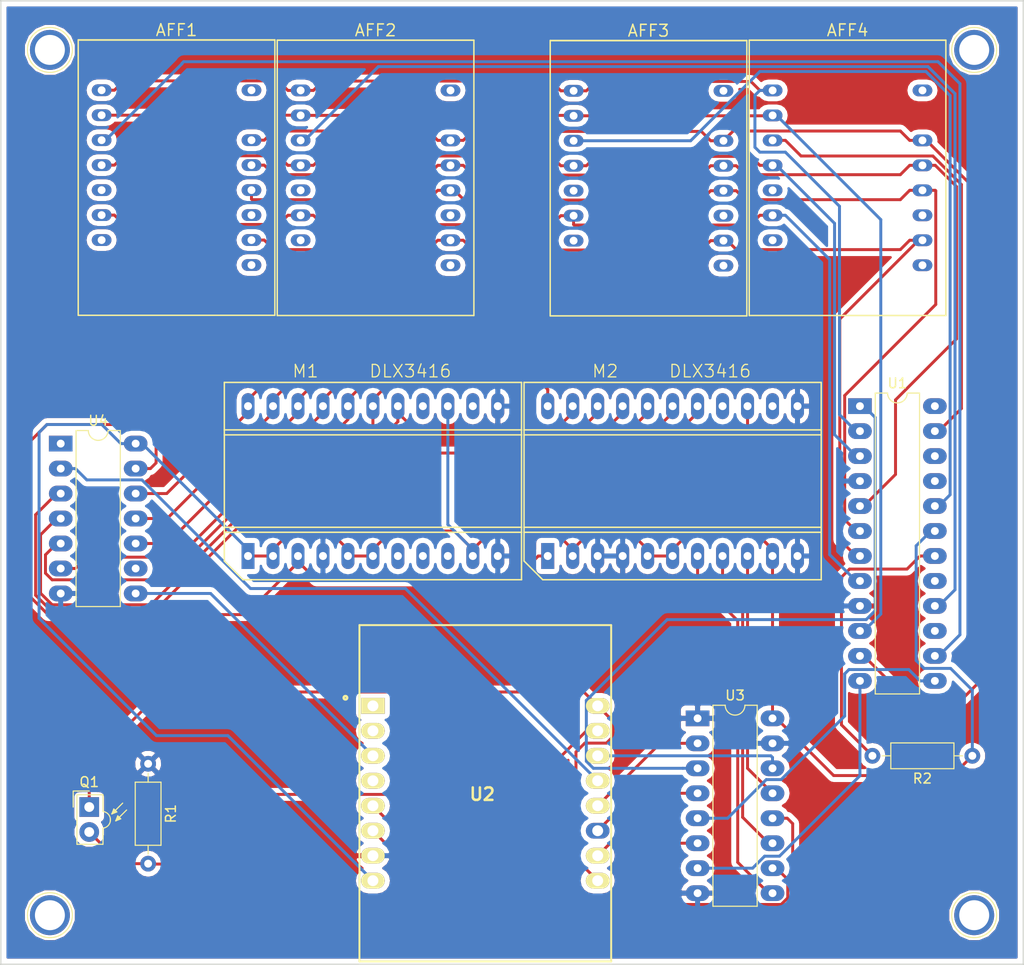
<source format=kicad_pcb>
(kicad_pcb (version 4) (host pcbnew 4.0.7)
  (layers (0 F.Cu signal) (31 B.Cu signal) (34 B.Paste user hide) (35 F.Paste user hide) (36 B.SilkS user hide) (37 F.SilkS user) (38 B.Mask user hide) (39 F.Mask user hide) (44 Edge.Cuts user))
  (net 0 "")
  (net 1 /a)
  (net 2 /f)
  (net 3 /g)
  (net 4 /e)
  (net 5 /c)
  (net 6 /ldp)
  (net 7 /d)
  (net 8 "Net-(Q1-Pad2)")
  (net 9 +3V3)
  (net 10 GND)
  (net 11 +5V)
  (net 12 "Net-(R2-Pad2)")
  (net 13 "Net-(U1-Pad1)")
  (net 14 "Net-(U1-Pad13)")
  (net 15 "Net-(U2-Pad13)")
  (net 16 "Net-(U1-Pad12)")
  (net 17 "Net-(U1-Pad15)")
  (net 18 "Net-(U1-Pad17)")
  (net 19 "Net-(U1-Pad21)")
  (net 20 "Net-(U1-Pad22)")
  (net 21 /b)
  (net 22 "Net-(U1-Pad24)")
  (net 23 "Net-(M1-Pad7)")
  (net 24 "Net-(M1-Pad8)")
  (net 25 "Net-(M1-Pad9)")
  (net 26 "Net-(U2-Pad1)")
  (net 27 "Net-(U2-Pad2)")
  (net 28 "Net-(U2-Pad3)")
  (net 29 "Net-(U2-Pad4)")
  (net 30 "Net-(U2-Pad5)")
  (net 31 "Net-(U2-Pad6)")
  (net 32 "Net-(U2-Pad10)")
  (net 33 "Net-(U2-Pad11)")
  (net 34 "Net-(U2-Pad12)")
  (net 35 "Net-(U4-Pad9)")
  (net 36 /sel)
  (net 37 /d0)
  (net 38 /d1)
  (net 39 /d2)
  (net 40 /d3)
  (net 41 /d4)
  (net 42 /d5)
  (net 43 /d6)
  (net 44 "Net-(U2-Pad14)")
  (net 45 "Net-(AFF1-Pad3)")
  (net 46 "Net-(AFF2-Pad3)")
  (net 47 "Net-(AFF3-Pad3)")
  (net 48 "Net-(AFF4-Pad3)")
  (net 49 "Net-(AFF1-Pad14)")
  (net 50 "Net-(AFF1-Pad5)")
  (net 51 "Net-(AFF1-Pad10)")
  (net 52 "Net-(AFF1-Pad7)")
  (net 53 "Net-(AFF1-Pad8)")
  (net 54 "Net-(AFF2-Pad14)")
  (net 55 "Net-(AFF2-Pad5)")
  (net 56 "Net-(AFF2-Pad10)")
  (net 57 "Net-(AFF2-Pad7)")
  (net 58 "Net-(AFF2-Pad8)")
  (net 59 "Net-(AFF3-Pad14)")
  (net 60 "Net-(AFF3-Pad5)")
  (net 61 "Net-(AFF3-Pad10)")
  (net 62 "Net-(AFF3-Pad7)")
  (net 63 "Net-(AFF3-Pad8)")
  (net 64 "Net-(AFF4-Pad14)")
  (net 65 "Net-(AFF4-Pad5)")
  (net 66 "Net-(AFF4-Pad10)")
  (net 67 "Net-(AFF4-Pad7)")
  (net 68 "Net-(AFF4-Pad8)")
  (module Connectors:1pin (layer F.Cu) (at 131 26)
    (fp_text reference REF** hide)
    (fp_text value 1pin)
    (pad "" thru_hole circle (at 0 0) (size 4.064 4.064) (drill 3.048) (layers *.Cu *.Mask))
  )
  (module Opto-Devices:PhotoTransistor_Osram_LPT80A (layer F.Cu) (at 41 103)
    (fp_text reference Q1 (at 0 -2.54) (layer F.SilkS))
    (fp_text value Q_Photo_NPN_CE)
    (pad 2 thru_hole circle (at 0 2.54 180) (size 2 2) (drill 1) (layers *.Cu *.Mask) (net 8 "Net-(Q1-Pad2)"))
    (pad 1 thru_hole rect (at 0 0 180) (size 2 2) (drill 1) (layers *.Cu *.Mask) (net 9 +3V3))
  )
  (module Connectors:1pin (layer F.Cu) (at 37 26)
    (fp_text reference REF** hide)
    (fp_text value 1pin)
    (pad "" thru_hole circle (at 0 0) (size 4.064 4.064) (drill 3.048) (layers *.Cu *.Mask))
  )
  (module Connectors:1pin (layer F.Cu) (at 37 114)
    (fp_text reference REF** hide)
    (fp_text value 1pin)
    (pad "" thru_hole circle (at 0 0) (size 4.064 4.064) (drill 3.048) (layers *.Cu *.Mask))
  )
  (module D1_Mini:D1-MINI (layer F.Cu) (at 81.28 101.6)
    (fp_text reference U2 (at -0.306 0.098) (layer F.SilkS) (effects (font (size 1.27 1.27) (thickness 0.254))))
    (fp_text value D1_Mini hide)
    (pad 1 thru_hole rect (at -11.43 -8.89) (size 2.4 1.61) (drill 1.11) (layers *.Cu *.Mask F.SilkS) (net 26 "Net-(U2-Pad1)"))
    (pad 2 thru_hole oval (at -11.43 -6.35) (size 2.4 1.6) (drill 1.11) (layers *.Cu *.Mask F.SilkS) (net 27 "Net-(U2-Pad2)"))
    (pad 3 thru_hole oval (at -11.43 -3.81) (size 2.4 1.6) (drill 1.11) (layers *.Cu *.Mask F.SilkS) (net 28 "Net-(U2-Pad3)"))
    (pad 4 thru_hole oval (at -11.43 -1.27) (size 2.4 1.6) (drill 1.11) (layers *.Cu *.Mask F.SilkS) (net 29 "Net-(U2-Pad4)"))
    (pad 5 thru_hole oval (at -11.43 1.27) (size 2.4 1.6) (drill 1.11) (layers *.Cu *.Mask F.SilkS) (net 30 "Net-(U2-Pad5)"))
    (pad 6 thru_hole oval (at -11.43 3.81) (size 2.4 1.6) (drill 1.11) (layers *.Cu *.Mask F.SilkS) (net 31 "Net-(U2-Pad6)"))
    (pad 7 thru_hole oval (at -11.43 6.35) (size 2.4 1.6) (drill 1.11) (layers *.Cu *.Mask F.SilkS) (net 10 GND))
    (pad 8 thru_hole oval (at -11.43 8.89) (size 2.4 1.6) (drill 1.11) (layers *.Cu *.Mask F.SilkS) (net 11 +5V))
    (pad 9 thru_hole oval (at 11.43 8.89) (size 2.4 1.6) (drill 1.11) (layers *.Cu *.Mask F.SilkS) (net 9 +3V3))
    (pad 10 thru_hole oval (at 11.43 6.35) (size 2.4 1.6) (drill 1.11) (layers *.Cu *.Mask F.SilkS) (net 32 "Net-(U2-Pad10)"))
    (pad 11 thru_hole oval (at 11.43 3.81) (size 2.4 1.6) (drill 1.11) (layers *.Cu *.Mask) (net 33 "Net-(U2-Pad11)"))
    (pad 12 thru_hole oval (at 11.43 1.27) (size 2.4 1.6) (drill 1.11) (layers *.Cu *.Mask F.SilkS) (net 34 "Net-(U2-Pad12)"))
    (pad 13 thru_hole oval (at 11.43 -1.27) (size 2.4 1.6) (drill 1.11) (layers *.Cu *.Mask F.SilkS) (net 15 "Net-(U2-Pad13)"))
    (pad 14 thru_hole oval (at 11.43 -3.81) (size 2.4 1.6) (drill 1.11) (layers *.Cu *.Mask F.SilkS) (net 44 "Net-(U2-Pad14)"))
    (pad 15 thru_hole oval (at 11.43 -6.35) (size 2.4 1.6) (drill 1.11) (layers *.Cu *.Mask F.SilkS) (net 8 "Net-(Q1-Pad2)"))
    (pad 16 thru_hole oval (at 11.43 -8.89) (size 2.4 1.6) (drill 1.11) (layers *.Cu *.Mask F.SilkS) (net 9 +3V3))
  )
  (module LN518xx:LN518xx (layer F.Cu) (at 70.12 39.01)
    (fp_text reference AFF2 (at 0 -15) (layer F.SilkS) (effects (font (size 1.2 1.2))))
    (fp_text value LN518xx)
    (pad 14 thru_hole oval (at 7.62 -8.89 270) (size 1.2 2) (drill 0.8) (layers *.Cu *.Mask) (net 54 "Net-(AFF2-Pad14)"))
    (pad 1 thru_hole oval (at -7.62 -8.89 270) (size 1.2 2) (drill 0.8) (layers *.Cu *.Mask) (net 1 /a))
    (pad 2 thru_hole oval (at -7.62 -6.35 270) (size 1.2 2) (drill 0.8) (layers *.Cu *.Mask) (net 2 /f))
    (pad 13 thru_hole oval (at 7.62 -3.81 270) (size 1.2 2) (drill 0.8) (layers *.Cu *.Mask) (net 21 /b))
    (pad 3 thru_hole oval (at -7.62 -3.81 270) (size 1.2 2) (drill 0.8) (layers *.Cu *.Mask) (net 46 "Net-(AFF2-Pad3)"))
    (pad 12 thru_hole oval (at 7.62 -1.27 270) (size 1.2 2) (drill 0.8) (layers *.Cu *.Mask) (net 3 /g))
    (pad 4 thru_hole oval (at -7.62 -1.27 270) (size 1.2 2) (drill 0.8) (layers *.Cu *.Mask) (net 4 /e))
    (pad 11 thru_hole oval (at 7.62 1.27 270) (size 1.2 2) (drill 0.8) (layers *.Cu *.Mask) (net 5 /c))
    (pad 5 thru_hole oval (at -7.62 1.27 270) (size 1.2 2) (drill 0.8) (layers *.Cu *.Mask) (net 55 "Net-(AFF2-Pad5)"))
    (pad 10 thru_hole oval (at 7.62 3.81 270) (size 1.2 2) (drill 0.8) (layers *.Cu *.Mask) (net 56 "Net-(AFF2-Pad10)"))
    (pad 6 thru_hole oval (at -7.62 3.81 270) (size 1.2 2) (drill 0.8) (layers *.Cu *.Mask) (net 6 /ldp))
    (pad 9 thru_hole oval (at 7.62 6.35 270) (size 1.2 2) (drill 0.8) (layers *.Cu *.Mask) (net 7 /d))
    (pad 7 thru_hole oval (at -7.62 6.35 270) (size 1.2 2) (drill 0.8) (layers *.Cu *.Mask) (net 57 "Net-(AFF2-Pad7)"))
    (pad 8 thru_hole oval (at 7.62 8.89 270) (size 1.2 2) (drill 0.8) (layers *.Cu *.Mask) (net 58 "Net-(AFF2-Pad8)"))
  )
  (module Resistors_THT:R_Axial_DIN0207_L6.3mm_D2.5mm_P10.16mm_Horizontal (layer F.Cu) (at 46.99 98.6 270)
    (fp_text reference R1 (at 5.08 -2.31 270) (layer F.SilkS))
    (fp_text value 60K)
    (pad 1 thru_hole circle (at 0 0 270) (size 1.6 1.6) (drill 0.8) (layers *.Cu *.Mask) (net 10 GND))
    (pad 2 thru_hole oval (at 10.16 0 270) (size 1.6 1.6) (drill 0.8) (layers *.Cu *.Mask) (net 8 "Net-(Q1-Pad2)"))
  )
  (module Resistors_THT:R_Axial_DIN0207_L6.3mm_D2.5mm_P10.16mm_Horizontal (layer F.Cu) (at 130.81 97.79 180)
    (fp_text reference R2 (at 5.08 -2.31 180) (layer F.SilkS))
    (fp_text value 60K)
    (pad 1 thru_hole circle (at 0 0 180) (size 1.6 1.6) (drill 0.8) (layers *.Cu *.Mask) (net 11 +5V))
    (pad 2 thru_hole oval (at 10.16 0 180) (size 1.6 1.6) (drill 0.8) (layers *.Cu *.Mask) (net 12 "Net-(R2-Pad2)"))
  )
  (module Housings_DIP:DIP-16_W7.62mm_LongPads (layer F.Cu) (at 102.87 93.98)
    (fp_text reference U3 (at 3.81 -2.33) (layer F.SilkS))
    (fp_text value 74HCT367N)
    (pad 1 thru_hole rect (at 0 0) (size 2.4 1.6) (drill 0.8) (layers *.Cu *.Mask) (net 10 GND))
    (pad 9 thru_hole oval (at 7.62 17.78) (size 2.4 1.6) (drill 0.8) (layers *.Cu *.Mask) (net 23 "Net-(M1-Pad7)"))
    (pad 2 thru_hole oval (at 0 2.54) (size 2.4 1.6) (drill 0.8) (layers *.Cu *.Mask) (net 34 "Net-(U2-Pad12)"))
    (pad 10 thru_hole oval (at 7.62 15.24) (size 2.4 1.6) (drill 0.8) (layers *.Cu *.Mask) (net 30 "Net-(U2-Pad5)"))
    (pad 3 thru_hole oval (at 0 5.08) (size 2.4 1.6) (drill 0.8) (layers *.Cu *.Mask) (net 13 "Net-(U1-Pad1)"))
    (pad 11 thru_hole oval (at 7.62 12.7) (size 2.4 1.6) (drill 0.8) (layers *.Cu *.Mask) (net 24 "Net-(M1-Pad8)"))
    (pad 4 thru_hole oval (at 0 7.62) (size 2.4 1.6) (drill 0.8) (layers *.Cu *.Mask) (net 33 "Net-(U2-Pad11)"))
    (pad 12 thru_hole oval (at 7.62 10.16) (size 2.4 1.6) (drill 0.8) (layers *.Cu *.Mask) (net 31 "Net-(U2-Pad6)"))
    (pad 5 thru_hole oval (at 0 10.16) (size 2.4 1.6) (drill 0.8) (layers *.Cu *.Mask) (net 14 "Net-(U1-Pad13)"))
    (pad 13 thru_hole oval (at 7.62 7.62) (size 2.4 1.6) (drill 0.8) (layers *.Cu *.Mask) (net 25 "Net-(M1-Pad9)"))
    (pad 6 thru_hole oval (at 0 12.7) (size 2.4 1.6) (drill 0.8) (layers *.Cu *.Mask) (net 32 "Net-(U2-Pad10)"))
    (pad 14 thru_hole oval (at 7.62 5.08) (size 2.4 1.6) (drill 0.8) (layers *.Cu *.Mask) (net 44 "Net-(U2-Pad14)"))
    (pad 7 thru_hole oval (at 0 15.24) (size 2.4 1.6) (drill 0.8) (layers *.Cu *.Mask) (net 16 "Net-(U1-Pad12)"))
    (pad 15 thru_hole oval (at 7.62 2.54) (size 2.4 1.6) (drill 0.8) (layers *.Cu *.Mask) (net 10 GND))
    (pad 8 thru_hole oval (at 0 17.78) (size 2.4 1.6) (drill 0.8) (layers *.Cu *.Mask) (net 10 GND))
    (pad 16 thru_hole oval (at 7.62 0) (size 2.4 1.6) (drill 0.8) (layers *.Cu *.Mask) (net 11 +5V))
  )
  (module Housings_DIP:DIP-24_W7.62mm_LongPads (layer F.Cu) (at 119.38 62.23)
    (fp_text reference U1 (at 3.81 -2.33) (layer F.SilkS))
    (fp_text value MAX7219)
    (pad 1 thru_hole rect (at 0 0) (size 2.4 1.6) (drill 0.8) (layers *.Cu *.Mask) (net 13 "Net-(U1-Pad1)"))
    (pad 13 thru_hole oval (at 7.62 27.94) (size 2.4 1.6) (drill 0.8) (layers *.Cu *.Mask) (net 14 "Net-(U1-Pad13)"))
    (pad 2 thru_hole oval (at 0 2.54) (size 2.4 1.6) (drill 0.8) (layers *.Cu *.Mask) (net 1 /a))
    (pad 14 thru_hole oval (at 7.62 25.4) (size 2.4 1.6) (drill 0.8) (layers *.Cu *.Mask) (net 45 "Net-(AFF1-Pad3)"))
    (pad 3 thru_hole oval (at 0 5.08) (size 2.4 1.6) (drill 0.8) (layers *.Cu *.Mask) (net 4 /e))
    (pad 15 thru_hole oval (at 7.62 22.86) (size 2.4 1.6) (drill 0.8) (layers *.Cu *.Mask) (net 17 "Net-(U1-Pad15)"))
    (pad 4 thru_hole oval (at 0 7.62) (size 2.4 1.6) (drill 0.8) (layers *.Cu *.Mask) (net 10 GND))
    (pad 16 thru_hole oval (at 7.62 20.32) (size 2.4 1.6) (drill 0.8) (layers *.Cu *.Mask) (net 46 "Net-(AFF2-Pad3)"))
    (pad 5 thru_hole oval (at 0 10.16) (size 2.4 1.6) (drill 0.8) (layers *.Cu *.Mask) (net 3 /g))
    (pad 17 thru_hole oval (at 7.62 17.78) (size 2.4 1.6) (drill 0.8) (layers *.Cu *.Mask) (net 18 "Net-(U1-Pad17)"))
    (pad 6 thru_hole oval (at 0 12.7) (size 2.4 1.6) (drill 0.8) (layers *.Cu *.Mask) (net 5 /c))
    (pad 18 thru_hole oval (at 7.62 15.24) (size 2.4 1.6) (drill 0.8) (layers *.Cu *.Mask) (net 12 "Net-(R2-Pad2)"))
    (pad 7 thru_hole oval (at 0 15.24) (size 2.4 1.6) (drill 0.8) (layers *.Cu *.Mask) (net 7 /d))
    (pad 19 thru_hole oval (at 7.62 12.7) (size 2.4 1.6) (drill 0.8) (layers *.Cu *.Mask) (net 11 +5V))
    (pad 8 thru_hole oval (at 0 17.78) (size 2.4 1.6) (drill 0.8) (layers *.Cu *.Mask) (net 6 /ldp))
    (pad 20 thru_hole oval (at 7.62 10.16) (size 2.4 1.6) (drill 0.8) (layers *.Cu *.Mask) (net 47 "Net-(AFF3-Pad3)"))
    (pad 9 thru_hole oval (at 0 20.32) (size 2.4 1.6) (drill 0.8) (layers *.Cu *.Mask) (net 10 GND))
    (pad 21 thru_hole oval (at 7.62 7.62) (size 2.4 1.6) (drill 0.8) (layers *.Cu *.Mask) (net 19 "Net-(U1-Pad21)"))
    (pad 10 thru_hole oval (at 0 22.86) (size 2.4 1.6) (drill 0.8) (layers *.Cu *.Mask) (net 2 /f))
    (pad 22 thru_hole oval (at 7.62 5.08) (size 2.4 1.6) (drill 0.8) (layers *.Cu *.Mask) (net 20 "Net-(U1-Pad22)"))
    (pad 11 thru_hole oval (at 0 25.4) (size 2.4 1.6) (drill 0.8) (layers *.Cu *.Mask) (net 21 /b))
    (pad 23 thru_hole oval (at 7.62 2.54) (size 2.4 1.6) (drill 0.8) (layers *.Cu *.Mask) (net 48 "Net-(AFF4-Pad3)"))
    (pad 12 thru_hole oval (at 0 27.94) (size 2.4 1.6) (drill 0.8) (layers *.Cu *.Mask) (net 16 "Net-(U1-Pad12)"))
    (pad 24 thru_hole oval (at 7.62 0) (size 2.4 1.6) (drill 0.8) (layers *.Cu *.Mask) (net 22 "Net-(U1-Pad24)"))
  )
  (module Housings_DIP:DIP-14_W7.62mm_LongPads (layer F.Cu) (at 38.1 66.04)
    (fp_text reference U4 (at 3.81 -2.33) (layer F.SilkS))
    (fp_text value 74HCT164N)
    (pad 1 thru_hole rect (at 0 0) (size 2.4 1.6) (drill 0.8) (layers *.Cu *.Mask) (net 15 "Net-(U2-Pad13)"))
    (pad 8 thru_hole oval (at 7.62 15.24) (size 2.4 1.6) (drill 0.8) (layers *.Cu *.Mask) (net 28 "Net-(U2-Pad3)"))
    (pad 2 thru_hole oval (at 0 2.54) (size 2.4 1.6) (drill 0.8) (layers *.Cu *.Mask) (net 15 "Net-(U2-Pad13)"))
    (pad 9 thru_hole oval (at 7.62 12.7) (size 2.4 1.6) (drill 0.8) (layers *.Cu *.Mask) (net 35 "Net-(U4-Pad9)"))
    (pad 3 thru_hole oval (at 0 5.08) (size 2.4 1.6) (drill 0.8) (layers *.Cu *.Mask) (net 37 /d0))
    (pad 10 thru_hole oval (at 7.62 10.16) (size 2.4 1.6) (drill 0.8) (layers *.Cu *.Mask) (net 41 /d4))
    (pad 4 thru_hole oval (at 0 7.62) (size 2.4 1.6) (drill 0.8) (layers *.Cu *.Mask) (net 38 /d1))
    (pad 11 thru_hole oval (at 7.62 7.62) (size 2.4 1.6) (drill 0.8) (layers *.Cu *.Mask) (net 42 /d5))
    (pad 5 thru_hole oval (at 0 10.16) (size 2.4 1.6) (drill 0.8) (layers *.Cu *.Mask) (net 39 /d2))
    (pad 12 thru_hole oval (at 7.62 5.08) (size 2.4 1.6) (drill 0.8) (layers *.Cu *.Mask) (net 43 /d6))
    (pad 6 thru_hole oval (at 0 12.7) (size 2.4 1.6) (drill 0.8) (layers *.Cu *.Mask) (net 40 /d3))
    (pad 13 thru_hole oval (at 7.62 2.54) (size 2.4 1.6) (drill 0.8) (layers *.Cu *.Mask) (net 36 /sel))
    (pad 7 thru_hole oval (at 0 15.24) (size 2.4 1.6) (drill 0.8) (layers *.Cu *.Mask) (net 10 GND))
    (pad 14 thru_hole oval (at 7.62 0) (size 2.4 1.6) (drill 0.8) (layers *.Cu *.Mask) (net 11 +5V))
  )
  (module DLX3416:DLX3416-DLX3416 (layer F.Cu) (at 72.39 69.85)
    (fp_text reference M1 (at -9.398 -11.176) (layer F.SilkS) (effects (font (size 1.27 1.27) (thickness 0.127))))
    (fp_text value DLX3416 (at 1.27 -11.176) (layer F.SilkS) (effects (font (size 1.27 1.27) (thickness 0.127))))
    (pad 4 thru_hole oval (at -7.62 7.62 180) (size 1.3208 2.6416) (drill 0.8128) (layers *.Cu *.Paste *.Mask) (net 10 GND))
    (pad 5 thru_hole oval (at -5.08 7.62 180) (size 1.3208 2.6416) (drill 0.8128) (layers *.Cu *.Paste *.Mask) (net 11 +5V))
    (pad 6 thru_hole oval (at -2.54 7.62 180) (size 1.3208 2.6416) (drill 0.8128) (layers *.Cu *.Paste *.Mask) (net 11 +5V))
    (pad 7 thru_hole oval (at 0 7.62 180) (size 1.3208 2.6416) (drill 0.8128) (layers *.Cu *.Paste *.Mask) (net 23 "Net-(M1-Pad7)"))
    (pad 8 thru_hole oval (at 2.54 7.62 180) (size 1.3208 2.6416) (drill 0.8128) (layers *.Cu *.Paste *.Mask) (net 24 "Net-(M1-Pad8)"))
    (pad 9 thru_hole oval (at 5.08 7.62 180) (size 1.3208 2.6416) (drill 0.8128) (layers *.Cu *.Paste *.Mask) (net 25 "Net-(M1-Pad9)"))
    (pad 10 thru_hole oval (at 7.62 7.62 180) (size 1.3208 2.6416) (drill 0.8128) (layers *.Cu *.Paste *.Mask) (net 11 +5V))
    (pad 11 thru_hole oval (at 10.16 7.62 180) (size 1.3208 2.6416) (drill 0.8128) (layers *.Cu *.Paste *.Mask) (net 10 GND))
    (pad 12 thru_hole oval (at 10.16 -7.62 180) (size 1.3208 2.6416) (drill 0.8128) (layers *.Cu *.Paste *.Mask) (net 10 GND))
    (pad 13 thru_hole oval (at 7.62 -7.62 180) (size 1.3208 2.6416) (drill 0.8128) (layers *.Cu *.Paste *.Mask))
    (pad 14 thru_hole oval (at 5.08 -7.62 180) (size 1.3208 2.6416) (drill 0.8128) (layers *.Cu *.Paste *.Mask) (net 11 +5V))
    (pad 15 thru_hole oval (at 2.54 -7.62 180) (size 1.3208 2.6416) (drill 0.8128) (layers *.Cu *.Paste *.Mask))
    (pad 16 thru_hole oval (at 0 -7.62 180) (size 1.3208 2.6416) (drill 0.8128) (layers *.Cu *.Paste *.Mask) (net 37 /d0))
    (pad 17 thru_hole oval (at -2.54 -7.62 180) (size 1.3208 2.6416) (drill 0.8128) (layers *.Cu *.Paste *.Mask) (net 38 /d1))
    (pad 18 thru_hole oval (at -5.08 -7.62 180) (size 1.3208 2.6416) (drill 0.8128) (layers *.Cu *.Paste *.Mask) (net 39 /d2))
    (pad 19 thru_hole oval (at -7.62 -7.62 180) (size 1.3208 2.6416) (drill 0.8128) (layers *.Cu *.Paste *.Mask) (net 40 /d3))
    (pad 20 thru_hole oval (at -10.16 -7.62 180) (size 1.3208 2.6416) (drill 0.8128) (layers *.Cu *.Paste *.Mask) (net 41 /d4))
    (pad 21 thru_hole oval (at -12.7 -7.62 180) (size 1.3208 2.6416) (drill 0.8128) (layers *.Cu *.Paste *.Mask) (net 42 /d5))
    (pad 22 thru_hole oval (at -15.24 -7.62 180) (size 1.3208 2.6416) (drill 0.8128) (layers *.Cu *.Paste *.Mask) (net 43 /d6))
    (pad 3 thru_hole oval (at -10.16 7.62 180) (size 1.3208 2.6416) (drill 0.8128) (layers *.Cu *.Paste *.Mask) (net 36 /sel))
    (pad 2 thru_hole oval (at -12.7 7.62 180) (size 1.3208 2.6416) (drill 0.8128) (layers *.Cu *.Paste *.Mask) (net 11 +5V))
    (pad 1 thru_hole rect (at -15.24 7.62 180) (size 1.3208 2.6416) (drill 0.8128) (layers *.Cu *.Paste *.Mask) (net 11 +5V))
  )
  (module DLX3416:DLX3416-DLX3416 (layer F.Cu) (at 102.87 69.85)
    (fp_text reference M2 (at -9.398 -11.176) (layer F.SilkS) (effects (font (size 1.27 1.27) (thickness 0.127))))
    (fp_text value DLX3416 (at 1.27 -11.176) (layer F.SilkS) (effects (font (size 1.27 1.27) (thickness 0.127))))
    (pad 4 thru_hole oval (at -7.62 7.62 180) (size 1.3208 2.6416) (drill 0.8128) (layers *.Cu *.Paste *.Mask) (net 10 GND))
    (pad 5 thru_hole oval (at -5.08 7.62 180) (size 1.3208 2.6416) (drill 0.8128) (layers *.Cu *.Paste *.Mask) (net 11 +5V))
    (pad 6 thru_hole oval (at -2.54 7.62 180) (size 1.3208 2.6416) (drill 0.8128) (layers *.Cu *.Paste *.Mask) (net 11 +5V))
    (pad 7 thru_hole oval (at 0 7.62 180) (size 1.3208 2.6416) (drill 0.8128) (layers *.Cu *.Paste *.Mask) (net 23 "Net-(M1-Pad7)"))
    (pad 8 thru_hole oval (at 2.54 7.62 180) (size 1.3208 2.6416) (drill 0.8128) (layers *.Cu *.Paste *.Mask) (net 24 "Net-(M1-Pad8)"))
    (pad 9 thru_hole oval (at 5.08 7.62 180) (size 1.3208 2.6416) (drill 0.8128) (layers *.Cu *.Paste *.Mask) (net 25 "Net-(M1-Pad9)"))
    (pad 10 thru_hole oval (at 7.62 7.62 180) (size 1.3208 2.6416) (drill 0.8128) (layers *.Cu *.Paste *.Mask) (net 11 +5V))
    (pad 11 thru_hole oval (at 10.16 7.62 180) (size 1.3208 2.6416) (drill 0.8128) (layers *.Cu *.Paste *.Mask) (net 10 GND))
    (pad 12 thru_hole oval (at 10.16 -7.62 180) (size 1.3208 2.6416) (drill 0.8128) (layers *.Cu *.Paste *.Mask) (net 10 GND))
    (pad 13 thru_hole oval (at 7.62 -7.62 180) (size 1.3208 2.6416) (drill 0.8128) (layers *.Cu *.Paste *.Mask))
    (pad 14 thru_hole oval (at 5.08 -7.62 180) (size 1.3208 2.6416) (drill 0.8128) (layers *.Cu *.Paste *.Mask) (net 11 +5V))
    (pad 15 thru_hole oval (at 2.54 -7.62 180) (size 1.3208 2.6416) (drill 0.8128) (layers *.Cu *.Paste *.Mask))
    (pad 16 thru_hole oval (at 0 -7.62 180) (size 1.3208 2.6416) (drill 0.8128) (layers *.Cu *.Paste *.Mask) (net 37 /d0))
    (pad 17 thru_hole oval (at -2.54 -7.62 180) (size 1.3208 2.6416) (drill 0.8128) (layers *.Cu *.Paste *.Mask) (net 38 /d1))
    (pad 18 thru_hole oval (at -5.08 -7.62 180) (size 1.3208 2.6416) (drill 0.8128) (layers *.Cu *.Paste *.Mask) (net 39 /d2))
    (pad 19 thru_hole oval (at -7.62 -7.62 180) (size 1.3208 2.6416) (drill 0.8128) (layers *.Cu *.Paste *.Mask) (net 40 /d3))
    (pad 20 thru_hole oval (at -10.16 -7.62 180) (size 1.3208 2.6416) (drill 0.8128) (layers *.Cu *.Paste *.Mask) (net 41 /d4))
    (pad 21 thru_hole oval (at -12.7 -7.62 180) (size 1.3208 2.6416) (drill 0.8128) (layers *.Cu *.Paste *.Mask) (net 42 /d5))
    (pad 22 thru_hole oval (at -15.24 -7.62 180) (size 1.3208 2.6416) (drill 0.8128) (layers *.Cu *.Paste *.Mask) (net 43 /d6))
    (pad 3 thru_hole oval (at -10.16 7.62 180) (size 1.3208 2.6416) (drill 0.8128) (layers *.Cu *.Paste *.Mask) (net 10 GND))
    (pad 2 thru_hole oval (at -12.7 7.62 180) (size 1.3208 2.6416) (drill 0.8128) (layers *.Cu *.Paste *.Mask) (net 11 +5V))
    (pad 1 thru_hole rect (at -15.24 7.62 180) (size 1.3208 2.6416) (drill 0.8128) (layers *.Cu *.Paste *.Mask) (net 36 /sel))
  )
  (module LN518xx:LN518xx (layer F.Cu) (at 49.88 38.99)
    (fp_text reference AFF1 (at 0 -15) (layer F.SilkS) (effects (font (size 1.2 1.2))))
    (fp_text value LN518xx)
    (pad 14 thru_hole oval (at 7.62 -8.89 270) (size 1.2 2) (drill 0.8) (layers *.Cu *.Mask) (net 49 "Net-(AFF1-Pad14)"))
    (pad 1 thru_hole oval (at -7.62 -8.89 270) (size 1.2 2) (drill 0.8) (layers *.Cu *.Mask) (net 1 /a))
    (pad 2 thru_hole oval (at -7.62 -6.35 270) (size 1.2 2) (drill 0.8) (layers *.Cu *.Mask) (net 2 /f))
    (pad 13 thru_hole oval (at 7.62 -3.81 270) (size 1.2 2) (drill 0.8) (layers *.Cu *.Mask) (net 21 /b))
    (pad 3 thru_hole oval (at -7.62 -3.81 270) (size 1.2 2) (drill 0.8) (layers *.Cu *.Mask) (net 45 "Net-(AFF1-Pad3)"))
    (pad 12 thru_hole oval (at 7.62 -1.27 270) (size 1.2 2) (drill 0.8) (layers *.Cu *.Mask) (net 3 /g))
    (pad 4 thru_hole oval (at -7.62 -1.27 270) (size 1.2 2) (drill 0.8) (layers *.Cu *.Mask) (net 4 /e))
    (pad 11 thru_hole oval (at 7.62 1.27 270) (size 1.2 2) (drill 0.8) (layers *.Cu *.Mask) (net 5 /c))
    (pad 5 thru_hole oval (at -7.62 1.27 270) (size 1.2 2) (drill 0.8) (layers *.Cu *.Mask) (net 50 "Net-(AFF1-Pad5)"))
    (pad 10 thru_hole oval (at 7.62 3.81 270) (size 1.2 2) (drill 0.8) (layers *.Cu *.Mask) (net 51 "Net-(AFF1-Pad10)"))
    (pad 6 thru_hole oval (at -7.62 3.81 270) (size 1.2 2) (drill 0.8) (layers *.Cu *.Mask) (net 6 /ldp))
    (pad 9 thru_hole oval (at 7.62 6.35 270) (size 1.2 2) (drill 0.8) (layers *.Cu *.Mask) (net 7 /d))
    (pad 7 thru_hole oval (at -7.62 6.35 270) (size 1.2 2) (drill 0.8) (layers *.Cu *.Mask) (net 52 "Net-(AFF1-Pad7)"))
    (pad 8 thru_hole oval (at 7.62 8.89 270) (size 1.2 2) (drill 0.8) (layers *.Cu *.Mask) (net 53 "Net-(AFF1-Pad8)"))
  )
  (module LN518xx:LN518xx (layer F.Cu) (at 97.88 39.05)
    (fp_text reference AFF3 (at 0 -15) (layer F.SilkS) (effects (font (size 1.2 1.2))))
    (fp_text value LN518xx)
    (pad 14 thru_hole oval (at 7.62 -8.89 270) (size 1.2 2) (drill 0.8) (layers *.Cu *.Mask) (net 59 "Net-(AFF3-Pad14)"))
    (pad 1 thru_hole oval (at -7.62 -8.89 270) (size 1.2 2) (drill 0.8) (layers *.Cu *.Mask) (net 1 /a))
    (pad 2 thru_hole oval (at -7.62 -6.35 270) (size 1.2 2) (drill 0.8) (layers *.Cu *.Mask) (net 2 /f))
    (pad 13 thru_hole oval (at 7.62 -3.81 270) (size 1.2 2) (drill 0.8) (layers *.Cu *.Mask) (net 21 /b))
    (pad 3 thru_hole oval (at -7.62 -3.81 270) (size 1.2 2) (drill 0.8) (layers *.Cu *.Mask) (net 47 "Net-(AFF3-Pad3)"))
    (pad 12 thru_hole oval (at 7.62 -1.27 270) (size 1.2 2) (drill 0.8) (layers *.Cu *.Mask) (net 3 /g))
    (pad 4 thru_hole oval (at -7.62 -1.27 270) (size 1.2 2) (drill 0.8) (layers *.Cu *.Mask) (net 4 /e))
    (pad 11 thru_hole oval (at 7.62 1.27 270) (size 1.2 2) (drill 0.8) (layers *.Cu *.Mask) (net 5 /c))
    (pad 5 thru_hole oval (at -7.62 1.27 270) (size 1.2 2) (drill 0.8) (layers *.Cu *.Mask) (net 60 "Net-(AFF3-Pad5)"))
    (pad 10 thru_hole oval (at 7.62 3.81 270) (size 1.2 2) (drill 0.8) (layers *.Cu *.Mask) (net 61 "Net-(AFF3-Pad10)"))
    (pad 6 thru_hole oval (at -7.62 3.81 270) (size 1.2 2) (drill 0.8) (layers *.Cu *.Mask) (net 6 /ldp))
    (pad 9 thru_hole oval (at 7.62 6.35 270) (size 1.2 2) (drill 0.8) (layers *.Cu *.Mask) (net 7 /d))
    (pad 7 thru_hole oval (at -7.62 6.35 270) (size 1.2 2) (drill 0.8) (layers *.Cu *.Mask) (net 62 "Net-(AFF3-Pad7)"))
    (pad 8 thru_hole oval (at 7.62 8.89 270) (size 1.2 2) (drill 0.8) (layers *.Cu *.Mask) (net 63 "Net-(AFF3-Pad8)"))
  )
  (module LN518xx:LN518xx (layer F.Cu) (at 118.12 39.01)
    (fp_text reference AFF4 (at 0 -15) (layer F.SilkS) (effects (font (size 1.2 1.2))))
    (fp_text value LN518xx)
    (pad 14 thru_hole oval (at 7.62 -8.89 270) (size 1.2 2) (drill 0.8) (layers *.Cu *.Mask) (net 64 "Net-(AFF4-Pad14)"))
    (pad 1 thru_hole oval (at -7.62 -8.89 270) (size 1.2 2) (drill 0.8) (layers *.Cu *.Mask) (net 1 /a))
    (pad 2 thru_hole oval (at -7.62 -6.35 270) (size 1.2 2) (drill 0.8) (layers *.Cu *.Mask) (net 2 /f))
    (pad 13 thru_hole oval (at 7.62 -3.81 270) (size 1.2 2) (drill 0.8) (layers *.Cu *.Mask) (net 21 /b))
    (pad 3 thru_hole oval (at -7.62 -3.81 270) (size 1.2 2) (drill 0.8) (layers *.Cu *.Mask) (net 48 "Net-(AFF4-Pad3)"))
    (pad 12 thru_hole oval (at 7.62 -1.27 270) (size 1.2 2) (drill 0.8) (layers *.Cu *.Mask) (net 3 /g))
    (pad 4 thru_hole oval (at -7.62 -1.27 270) (size 1.2 2) (drill 0.8) (layers *.Cu *.Mask) (net 4 /e))
    (pad 11 thru_hole oval (at 7.62 1.27 270) (size 1.2 2) (drill 0.8) (layers *.Cu *.Mask) (net 5 /c))
    (pad 5 thru_hole oval (at -7.62 1.27 270) (size 1.2 2) (drill 0.8) (layers *.Cu *.Mask) (net 65 "Net-(AFF4-Pad5)"))
    (pad 10 thru_hole oval (at 7.62 3.81 270) (size 1.2 2) (drill 0.8) (layers *.Cu *.Mask) (net 66 "Net-(AFF4-Pad10)"))
    (pad 6 thru_hole oval (at -7.62 3.81 270) (size 1.2 2) (drill 0.8) (layers *.Cu *.Mask) (net 6 /ldp))
    (pad 9 thru_hole oval (at 7.62 6.35 270) (size 1.2 2) (drill 0.8) (layers *.Cu *.Mask) (net 7 /d))
    (pad 7 thru_hole oval (at -7.62 6.35 270) (size 1.2 2) (drill 0.8) (layers *.Cu *.Mask) (net 67 "Net-(AFF4-Pad7)"))
    (pad 8 thru_hole oval (at 7.62 8.89 270) (size 1.2 2) (drill 0.8) (layers *.Cu *.Mask) (net 68 "Net-(AFF4-Pad8)"))
  )
  (module Connectors:1pin (layer F.Cu) (at 131 114)
    (fp_text reference REF** hide)
    (fp_text value 1pin)
    (pad "" thru_hole circle (at 0 0) (size 4.064 4.064) (drill 3.048) (layers *.Cu *.Mask))
  )
  (gr_line (start 32 119) (end 32 21) (layer Edge.Cuts) (width 0.15))
  (gr_line (start 136 119) (end 32 119) (layer Edge.Cuts) (width 0.15))
  (gr_line (start 136 21) (end 136 119) (layer Edge.Cuts) (width 0.15))
  (gr_line (start 32 21) (end 136 21) (layer Edge.Cuts) (width 0.15))
  (segment (start 110.5 30.12) (end 109.2 30.12) (width 0.3) (layer B.Cu) (net 1))
  (segment (start 109.2 30.12) (end 108.7 30.62) (width 0.3) (layer B.Cu) (net 1))
  (segment (start 108.7 30.62) (end 108.7 35.9) (width 0.3) (layer B.Cu) (net 1))
  (segment (start 108.7 35.9) (end 109.2 36.4) (width 0.3) (layer B.Cu) (net 1))
  (segment (start 109.2 36.4) (end 111.8 36.4) (width 0.3) (layer B.Cu) (net 1))
  (segment (start 111.8 36.4) (end 117.3 41.9) (width 0.3) (layer B.Cu) (net 1))
  (segment (start 117.3 41.9) (end 117.3 63.09) (width 0.3) (layer B.Cu) (net 1))
  (segment (start 117.3 63.09) (end 118.98 64.77) (width 0.3) (layer B.Cu) (net 1))
  (segment (start 118.98 64.77) (end 119.38 64.77) (width 0.3) (layer B.Cu) (net 1))
  (segment (start 90.26 30.16) (end 91.56 30.16) (width 0.3) (layer F.Cu) (net 1))
  (segment (start 91.56 30.16) (end 92.51001 29.20999) (width 0.3) (layer F.Cu) (net 1))
  (segment (start 92.51001 29.20999) (end 108.28999 29.20999) (width 0.3) (layer F.Cu) (net 1))
  (segment (start 108.28999 29.20999) (end 109.2 30.12) (width 0.3) (layer F.Cu) (net 1))
  (segment (start 109.2 30.12) (end 110.5 30.12) (width 0.3) (layer F.Cu) (net 1))
  (segment (start 62.5 30.12) (end 63.8 30.12) (width 0.3) (layer F.Cu) (net 1))
  (segment (start 63.8 30.12) (end 64.75001 29.16999) (width 0.3) (layer F.Cu) (net 1))
  (segment (start 87.96999 29.16999) (end 88.96 30.16) (width 0.3) (layer F.Cu) (net 1))
  (segment (start 64.75001 29.16999) (end 87.96999 29.16999) (width 0.3) (layer F.Cu) (net 1))
  (segment (start 88.96 30.16) (end 90.26 30.16) (width 0.3) (layer F.Cu) (net 1))
  (segment (start 42.26 30.1) (end 43.56 30.1) (width 0.3) (layer F.Cu) (net 1))
  (segment (start 61.2 30.12) (end 62.5 30.12) (width 0.3) (layer F.Cu) (net 1))
  (segment (start 43.56 30.1) (end 44.51001 29.14999) (width 0.3) (layer F.Cu) (net 1))
  (segment (start 44.51001 29.14999) (end 60.22999 29.14999) (width 0.3) (layer F.Cu) (net 1))
  (segment (start 60.22999 29.14999) (end 61.2 30.12) (width 0.3) (layer F.Cu) (net 1))
  (segment (start 118.98 64.77) (end 119.38 64.77) (width 0.3) (layer F.Cu) (net 1))
  (segment (start 110.5 32.66) (end 110.9 32.66) (width 0.3) (layer B.Cu) (net 2))
  (segment (start 121.5 43.26) (end 121.5 83.37) (width 0.3) (layer B.Cu) (net 2))
  (segment (start 110.9 32.66) (end 121.5 43.26) (width 0.3) (layer B.Cu) (net 2))
  (segment (start 121.5 83.37) (end 119.78 85.09) (width 0.3) (layer B.Cu) (net 2))
  (segment (start 119.78 85.09) (end 119.38 85.09) (width 0.3) (layer B.Cu) (net 2))
  (segment (start 118.98 85.09) (end 119.38 85.09) (width 0.3) (layer B.Cu) (net 2))
  (segment (start 90.26 32.7) (end 110.46 32.7) (width 0.3) (layer F.Cu) (net 2))
  (segment (start 110.46 32.7) (end 110.5 32.66) (width 0.3) (layer F.Cu) (net 2))
  (segment (start 62.5 32.66) (end 90.22 32.66) (width 0.3) (layer F.Cu) (net 2))
  (segment (start 90.22 32.66) (end 90.26 32.7) (width 0.3) (layer F.Cu) (net 2))
  (segment (start 42.26 32.64) (end 62.48 32.64) (width 0.3) (layer F.Cu) (net 2))
  (segment (start 62.48 32.64) (end 62.5 32.66) (width 0.3) (layer F.Cu) (net 2))
  (segment (start 118.98 85.09) (end 119.38 85.09) (width 0.3) (layer F.Cu) (net 2))
  (segment (start 125.74 37.74) (end 127.04 37.74) (width 0.3) (layer F.Cu) (net 3))
  (segment (start 123 61.59288) (end 123 69.17) (width 0.3) (layer F.Cu) (net 3))
  (segment (start 127.04 37.74) (end 129.2 39.9) (width 0.3) (layer F.Cu) (net 3))
  (segment (start 129.2 39.9) (end 129.2 55.39288) (width 0.3) (layer F.Cu) (net 3))
  (segment (start 129.2 55.39288) (end 123 61.59288) (width 0.3) (layer F.Cu) (net 3))
  (segment (start 123 69.17) (end 119.78 72.39) (width 0.3) (layer F.Cu) (net 3))
  (segment (start 119.78 72.39) (end 119.38 72.39) (width 0.3) (layer F.Cu) (net 3))
  (segment (start 105.5 37.78) (end 106.8 37.78) (width 0.3) (layer F.Cu) (net 3))
  (segment (start 107.71001 38.69001) (end 123.48999 38.69001) (width 0.3) (layer F.Cu) (net 3))
  (segment (start 106.8 37.78) (end 107.71001 38.69001) (width 0.3) (layer F.Cu) (net 3))
  (segment (start 123.48999 38.69001) (end 124.44 37.74) (width 0.3) (layer F.Cu) (net 3))
  (segment (start 124.44 37.74) (end 125.74 37.74) (width 0.3) (layer F.Cu) (net 3))
  (segment (start 77.74 37.74) (end 79.04 37.74) (width 0.3) (layer F.Cu) (net 3))
  (segment (start 79.04 37.74) (end 80.03001 38.73001) (width 0.3) (layer F.Cu) (net 3))
  (segment (start 80.03001 38.73001) (end 103.24999 38.73001) (width 0.3) (layer F.Cu) (net 3))
  (segment (start 104.2 37.78) (end 105.5 37.78) (width 0.3) (layer F.Cu) (net 3))
  (segment (start 103.24999 38.73001) (end 104.2 37.78) (width 0.3) (layer F.Cu) (net 3))
  (segment (start 57.5 37.72) (end 58.8 37.72) (width 0.3) (layer F.Cu) (net 3))
  (segment (start 58.8 37.72) (end 59.77001 38.69001) (width 0.3) (layer F.Cu) (net 3))
  (segment (start 59.77001 38.69001) (end 75.48999 38.69001) (width 0.3) (layer F.Cu) (net 3))
  (segment (start 75.48999 38.69001) (end 76.44 37.74) (width 0.3) (layer F.Cu) (net 3))
  (segment (start 76.44 37.74) (end 77.74 37.74) (width 0.3) (layer F.Cu) (net 3))
  (segment (start 110.5 37.74) (end 110.9 37.74) (width 0.3) (layer B.Cu) (net 4))
  (segment (start 110.9 37.74) (end 116.8 43.64) (width 0.3) (layer B.Cu) (net 4))
  (segment (start 116.8 43.64) (end 116.8 65.13) (width 0.3) (layer B.Cu) (net 4))
  (segment (start 118.98 67.31) (end 119.38 67.31) (width 0.3) (layer B.Cu) (net 4))
  (segment (start 116.8 65.13) (end 118.98 67.31) (width 0.3) (layer B.Cu) (net 4))
  (segment (start 90.26 37.78) (end 91.56 37.78) (width 0.3) (layer F.Cu) (net 4))
  (segment (start 109.2 37.74) (end 110.5 37.74) (width 0.3) (layer F.Cu) (net 4))
  (segment (start 91.56 37.78) (end 92.51001 36.82999) (width 0.3) (layer F.Cu) (net 4))
  (segment (start 92.51001 36.82999) (end 108.28999 36.82999) (width 0.3) (layer F.Cu) (net 4))
  (segment (start 108.28999 36.82999) (end 109.2 37.74) (width 0.3) (layer F.Cu) (net 4))
  (segment (start 62.5 37.74) (end 63.8 37.74) (width 0.3) (layer F.Cu) (net 4))
  (segment (start 63.8 37.74) (end 64.75001 36.78999) (width 0.3) (layer F.Cu) (net 4))
  (segment (start 88.96 37.78) (end 90.26 37.78) (width 0.3) (layer F.Cu) (net 4))
  (segment (start 64.75001 36.78999) (end 87.96999 36.78999) (width 0.3) (layer F.Cu) (net 4))
  (segment (start 87.96999 36.78999) (end 88.96 37.78) (width 0.3) (layer F.Cu) (net 4))
  (segment (start 42.26 37.72) (end 43.56 37.72) (width 0.3) (layer F.Cu) (net 4))
  (segment (start 60.22999 36.76999) (end 61.2 37.74) (width 0.3) (layer F.Cu) (net 4))
  (segment (start 43.56 37.72) (end 44.51001 36.76999) (width 0.3) (layer F.Cu) (net 4))
  (segment (start 44.51001 36.76999) (end 60.22999 36.76999) (width 0.3) (layer F.Cu) (net 4))
  (segment (start 61.2 37.74) (end 62.5 37.74) (width 0.3) (layer F.Cu) (net 4))
  (segment (start 125.74 40.28) (end 127.04 40.28) (width 0.3) (layer F.Cu) (net 5))
  (segment (start 127.04 40.28) (end 127.09001 40.33001) (width 0.3) (layer F.Cu) (net 5))
  (segment (start 127.09001 40.33001) (end 127.09001 51.889988) (width 0.3) (layer F.Cu) (net 5))
  (segment (start 127.09001 51.889988) (end 117.829999 61.149999) (width 0.3) (layer F.Cu) (net 5))
  (segment (start 117.829999 61.149999) (end 117.829999 73.779999) (width 0.3) (layer F.Cu) (net 5))
  (segment (start 117.829999 73.779999) (end 118.98 74.93) (width 0.3) (layer F.Cu) (net 5))
  (segment (start 118.98 74.93) (end 119.38 74.93) (width 0.3) (layer F.Cu) (net 5))
  (segment (start 105.5 40.32) (end 106.8 40.32) (width 0.3) (layer F.Cu) (net 5))
  (segment (start 106.8 40.32) (end 107.71001 41.23001) (width 0.3) (layer F.Cu) (net 5))
  (segment (start 107.71001 41.23001) (end 123.48999 41.23001) (width 0.3) (layer F.Cu) (net 5))
  (segment (start 123.48999 41.23001) (end 124.44 40.28) (width 0.3) (layer F.Cu) (net 5))
  (segment (start 124.44 40.28) (end 125.74 40.28) (width 0.3) (layer F.Cu) (net 5))
  (segment (start 77.74 40.28) (end 78.14 40.28) (width 0.3) (layer F.Cu) (net 5))
  (segment (start 78.14 40.28) (end 79.13001 41.27001) (width 0.3) (layer F.Cu) (net 5))
  (segment (start 103.24999 41.27001) (end 104.2 40.32) (width 0.3) (layer F.Cu) (net 5))
  (segment (start 79.13001 41.27001) (end 103.24999 41.27001) (width 0.3) (layer F.Cu) (net 5))
  (segment (start 104.2 40.32) (end 105.5 40.32) (width 0.3) (layer F.Cu) (net 5))
  (segment (start 57.5 40.26) (end 57.5 41.16) (width 0.3) (layer F.Cu) (net 5))
  (segment (start 57.5 41.16) (end 57.57001 41.23001) (width 0.3) (layer F.Cu) (net 5))
  (segment (start 57.57001 41.23001) (end 75.48999 41.23001) (width 0.3) (layer F.Cu) (net 5))
  (segment (start 75.48999 41.23001) (end 76.44 40.28) (width 0.3) (layer F.Cu) (net 5))
  (segment (start 76.44 40.28) (end 77.74 40.28) (width 0.3) (layer F.Cu) (net 5))
  (segment (start 110.5 42.82) (end 111.8 42.82) (width 0.3) (layer B.Cu) (net 6))
  (segment (start 111.8 42.82) (end 116.3 47.32) (width 0.3) (layer B.Cu) (net 6))
  (segment (start 116.3 47.32) (end 116.3 77.33) (width 0.3) (layer B.Cu) (net 6))
  (segment (start 116.3 77.33) (end 118.98 80.01) (width 0.3) (layer B.Cu) (net 6))
  (segment (start 118.98 80.01) (end 119.38 80.01) (width 0.3) (layer B.Cu) (net 6))
  (segment (start 90.26 42.86) (end 90.26 43.76) (width 0.3) (layer F.Cu) (net 6))
  (segment (start 90.26 43.76) (end 90.31001 43.81001) (width 0.3) (layer F.Cu) (net 6))
  (segment (start 90.31001 43.81001) (end 108.20999 43.81001) (width 0.3) (layer F.Cu) (net 6))
  (segment (start 108.20999 43.81001) (end 109.2 42.82) (width 0.3) (layer F.Cu) (net 6))
  (segment (start 109.2 42.82) (end 110.5 42.82) (width 0.3) (layer F.Cu) (net 6))
  (segment (start 62.5 42.82) (end 63.8 42.82) (width 0.3) (layer F.Cu) (net 6))
  (segment (start 63.8 42.82) (end 64.75001 43.77001) (width 0.3) (layer F.Cu) (net 6))
  (segment (start 64.75001 43.77001) (end 88.04999 43.77001) (width 0.3) (layer F.Cu) (net 6))
  (segment (start 88.04999 43.77001) (end 88.96 42.86) (width 0.3) (layer F.Cu) (net 6))
  (segment (start 88.96 42.86) (end 90.26 42.86) (width 0.3) (layer F.Cu) (net 6))
  (segment (start 42.26 42.8) (end 43.56 42.8) (width 0.3) (layer F.Cu) (net 6))
  (segment (start 43.56 42.8) (end 44.51001 43.75001) (width 0.3) (layer F.Cu) (net 6))
  (segment (start 44.51001 43.75001) (end 60.26999 43.75001) (width 0.3) (layer F.Cu) (net 6))
  (segment (start 60.26999 43.75001) (end 61.2 42.82) (width 0.3) (layer F.Cu) (net 6))
  (segment (start 61.2 42.82) (end 62.5 42.82) (width 0.3) (layer F.Cu) (net 6))
  (segment (start 125.74 45.36) (end 125.34 45.36) (width 0.3) (layer F.Cu) (net 7))
  (segment (start 125.34 45.36) (end 117.329989 53.370011) (width 0.3) (layer F.Cu) (net 7))
  (segment (start 117.329989 75.819989) (end 118.98 77.47) (width 0.3) (layer F.Cu) (net 7))
  (segment (start 117.329989 53.370011) (end 117.329989 75.819989) (width 0.3) (layer F.Cu) (net 7))
  (segment (start 118.98 77.47) (end 119.38 77.47) (width 0.3) (layer F.Cu) (net 7))
  (segment (start 124.44 45.36) (end 125.74 45.36) (width 0.3) (layer F.Cu) (net 7))
  (segment (start 105.5 45.4) (end 105.9 45.4) (width 0.3) (layer F.Cu) (net 7))
  (segment (start 105.9 45.4) (end 106.81001 46.31001) (width 0.3) (layer F.Cu) (net 7))
  (segment (start 106.81001 46.31001) (end 123.48999 46.31001) (width 0.3) (layer F.Cu) (net 7))
  (segment (start 123.48999 46.31001) (end 124.44 45.36) (width 0.3) (layer F.Cu) (net 7))
  (segment (start 77.74 45.36) (end 79.04 45.36) (width 0.3) (layer F.Cu) (net 7))
  (segment (start 79.04 45.36) (end 80.03001 46.35001) (width 0.3) (layer F.Cu) (net 7))
  (segment (start 80.03001 46.35001) (end 103.24999 46.35001) (width 0.3) (layer F.Cu) (net 7))
  (segment (start 103.24999 46.35001) (end 104.2 45.4) (width 0.3) (layer F.Cu) (net 7))
  (segment (start 104.2 45.4) (end 105.5 45.4) (width 0.3) (layer F.Cu) (net 7))
  (segment (start 57.5 45.34) (end 58.8 45.34) (width 0.3) (layer F.Cu) (net 7))
  (segment (start 76.44 45.36) (end 77.74 45.36) (width 0.3) (layer F.Cu) (net 7))
  (segment (start 58.8 45.34) (end 59.77001 46.31001) (width 0.3) (layer F.Cu) (net 7))
  (segment (start 59.77001 46.31001) (end 75.48999 46.31001) (width 0.3) (layer F.Cu) (net 7))
  (segment (start 75.48999 46.31001) (end 76.44 45.36) (width 0.3) (layer F.Cu) (net 7))
  (segment (start 41 105.54) (end 44.22 108.76) (width 0.3) (layer F.Cu) (net 8))
  (segment (start 44.22 108.76) (end 46.99 108.76) (width 0.3) (layer F.Cu) (net 8))
  (segment (start 92.71 95.25) (end 91.571559 95.25) (width 0.3) (layer F.Cu) (net 8))
  (segment (start 91.571559 95.25) (end 85.10656 101.714999) (width 0.3) (layer F.Cu) (net 8))
  (segment (start 85.10656 101.714999) (end 57.035001 101.714999) (width 0.3) (layer F.Cu) (net 8))
  (segment (start 57.035001 101.714999) (end 49.95 108.8) (width 0.3) (layer F.Cu) (net 8))
  (segment (start 49.95 108.8) (end 47 108.8) (width 0.3) (layer F.Cu) (net 8))
  (segment (start 92.71 92.71) (end 91.3 91.3) (width 0.3) (layer F.Cu) (net 9))
  (segment (start 91.3 91.3) (end 48.3 91.3) (width 0.3) (layer F.Cu) (net 9))
  (segment (start 48.3 91.3) (end 41 98.6) (width 0.3) (layer F.Cu) (net 9))
  (segment (start 41 98.6) (end 41 103) (width 0.3) (layer F.Cu) (net 9))
  (segment (start 92.71 92.71) (end 94.3 94.3) (width 0.3) (layer F.Cu) (net 9))
  (segment (start 94.3 94.3) (end 94.3 95.8) (width 0.3) (layer F.Cu) (net 9))
  (segment (start 94.3 95.8) (end 93.6 96.5) (width 0.3) (layer F.Cu) (net 9))
  (segment (start 93.6 96.5) (end 91.4 96.5) (width 0.3) (layer F.Cu) (net 9))
  (segment (start 91.4 96.5) (end 90.5 97.4) (width 0.3) (layer F.Cu) (net 9))
  (segment (start 91.905001 109.685001) (end 92.71 110.49) (width 0.3) (layer F.Cu) (net 9))
  (segment (start 90.5 97.4) (end 90.5 108.28) (width 0.3) (layer F.Cu) (net 9))
  (segment (start 90.5 108.28) (end 91.905001 109.685001) (width 0.3) (layer F.Cu) (net 9))
  (segment (start 130.81 97.79) (end 130.81 91.11) (width 0.3) (layer B.Cu) (net 11))
  (segment (start 130.81 91.11) (end 128.6 88.9) (width 0.3) (layer B.Cu) (net 11))
  (segment (start 128.6 88.9) (end 125.9 88.9) (width 0.3) (layer B.Cu) (net 11))
  (segment (start 125.9 88.9) (end 125.1 88.1) (width 0.3) (layer B.Cu) (net 11))
  (segment (start 125.1 88.1) (end 125.1 76.43) (width 0.3) (layer B.Cu) (net 11))
  (segment (start 125.1 76.43) (end 126.6 74.93) (width 0.3) (layer B.Cu) (net 11))
  (segment (start 126.6 74.93) (end 127 74.93) (width 0.3) (layer B.Cu) (net 11))
  (segment (start 45.72 66.04) (end 46.3804 66.04) (width 0.3) (layer B.Cu) (net 11))
  (segment (start 46.3804 66.04) (end 57.15 76.8096) (width 0.3) (layer B.Cu) (net 11))
  (segment (start 57.15 76.8096) (end 57.15 77.47) (width 0.3) (layer B.Cu) (net 11))
  (segment (start 69.85 110.49) (end 55.1 95.74) (width 0.3) (layer B.Cu) (net 11))
  (segment (start 55.1 95.74) (end 47.84 95.74) (width 0.3) (layer B.Cu) (net 11))
  (segment (start 35.9 83.8) (end 35.9 64.9) (width 0.3) (layer B.Cu) (net 11))
  (segment (start 36.7 64.1) (end 42.28 64.1) (width 0.3) (layer B.Cu) (net 11))
  (segment (start 47.84 95.74) (end 35.9 83.8) (width 0.3) (layer B.Cu) (net 11))
  (segment (start 35.9 64.9) (end 36.7 64.1) (width 0.3) (layer B.Cu) (net 11))
  (segment (start 42.28 64.1) (end 44.22 66.04) (width 0.3) (layer B.Cu) (net 11))
  (segment (start 44.22 66.04) (end 45.72 66.04) (width 0.3) (layer B.Cu) (net 11))
  (segment (start 80.01 77.47) (end 80.01 76.81) (width 0.3) (layer B.Cu) (net 11))
  (segment (start 80.01 76.81) (end 77.47 74.27) (width 0.3) (layer B.Cu) (net 11))
  (segment (start 77.47 74.27) (end 77.47 62.8904) (width 0.3) (layer B.Cu) (net 11))
  (segment (start 77.47 62.8904) (end 77.47 62.23) (width 0.3) (layer B.Cu) (net 11))
  (segment (start 110.49 93.98) (end 110.89 93.98) (width 0.3) (layer F.Cu) (net 11))
  (segment (start 110.89 93.98) (end 116.71 99.8) (width 0.3) (layer F.Cu) (net 11))
  (segment (start 116.71 99.8) (end 128.8 99.8) (width 0.3) (layer F.Cu) (net 11))
  (segment (start 128.8 99.8) (end 130.010001 98.589999) (width 0.3) (layer F.Cu) (net 11))
  (segment (start 130.010001 98.589999) (end 130.81 97.79) (width 0.3) (layer F.Cu) (net 11))
  (segment (start 110.49 77.47) (end 110.49 93.98) (width 0.3) (layer F.Cu) (net 11))
  (segment (start 110.49 77.47) (end 110.49 76.79) (width 0.3) (layer F.Cu) (net 11))
  (segment (start 108.6 74.9) (end 108.6 65.42) (width 0.3) (layer F.Cu) (net 11))
  (segment (start 110.49 76.79) (end 108.6 74.9) (width 0.3) (layer F.Cu) (net 11))
  (segment (start 108.6 65.42) (end 107.95 64.77) (width 0.3) (layer F.Cu) (net 11))
  (segment (start 107.95 64.77) (end 107.95 62.23) (width 0.3) (layer F.Cu) (net 11))
  (segment (start 100.33 77.47) (end 100.33 76.8096) (width 0.3) (layer F.Cu) (net 11))
  (segment (start 100.33 76.8096) (end 102.2096 74.93) (width 0.3) (layer F.Cu) (net 11))
  (segment (start 102.2096 74.93) (end 108.6104 74.93) (width 0.3) (layer F.Cu) (net 11))
  (segment (start 108.6104 74.93) (end 110.49 76.8096) (width 0.3) (layer F.Cu) (net 11))
  (segment (start 110.49 76.8096) (end 110.49 77.47) (width 0.3) (layer F.Cu) (net 11))
  (segment (start 90.17 76.8096) (end 92.0496 74.93) (width 0.3) (layer F.Cu) (net 11))
  (segment (start 92.0496 74.93) (end 95.9104 74.93) (width 0.3) (layer F.Cu) (net 11))
  (segment (start 95.9104 74.93) (end 97.79 76.8096) (width 0.3) (layer F.Cu) (net 11))
  (segment (start 97.79 76.8096) (end 97.79 77.47) (width 0.3) (layer F.Cu) (net 11))
  (segment (start 97.79 77.47) (end 100.33 77.47) (width 0.3) (layer F.Cu) (net 11))
  (segment (start 90.17 77.47) (end 90.17 76.8096) (width 0.3) (layer F.Cu) (net 11))
  (segment (start 80.01 76.8096) (end 81.8896 74.93) (width 0.3) (layer F.Cu) (net 11))
  (segment (start 81.8896 74.93) (end 88.2904 74.93) (width 0.3) (layer F.Cu) (net 11))
  (segment (start 88.2904 74.93) (end 90.17 76.8096) (width 0.3) (layer F.Cu) (net 11))
  (segment (start 80.01 77.47) (end 80.01 76.8096) (width 0.3) (layer F.Cu) (net 11))
  (segment (start 69.85 77.47) (end 69.85 76.8096) (width 0.3) (layer F.Cu) (net 11))
  (segment (start 69.85 76.8096) (end 71.7296 74.93) (width 0.3) (layer F.Cu) (net 11))
  (segment (start 71.7296 74.93) (end 78.1304 74.93) (width 0.3) (layer F.Cu) (net 11))
  (segment (start 78.1304 74.93) (end 80.01 76.8096) (width 0.3) (layer F.Cu) (net 11))
  (segment (start 67.31 77.47) (end 69.85 77.47) (width 0.3) (layer F.Cu) (net 11))
  (segment (start 59.69 77.47) (end 59.69 76.8096) (width 0.3) (layer F.Cu) (net 11))
  (segment (start 59.69 76.8096) (end 61.5696 74.93) (width 0.3) (layer F.Cu) (net 11))
  (segment (start 61.5696 74.93) (end 65.4304 74.93) (width 0.3) (layer F.Cu) (net 11))
  (segment (start 65.4304 74.93) (end 67.31 76.8096) (width 0.3) (layer F.Cu) (net 11))
  (segment (start 67.31 76.8096) (end 67.31 77.47) (width 0.3) (layer F.Cu) (net 11))
  (segment (start 57.15 77.47) (end 59.69 77.47) (width 0.3) (layer F.Cu) (net 11))
  (segment (start 120.65 97.79) (end 117.5 94.64) (width 0.3) (layer F.Cu) (net 12))
  (segment (start 117.5 94.64) (end 117.5 79.623661) (width 0.3) (layer F.Cu) (net 12))
  (segment (start 117.5 79.623661) (end 118.323661 78.8) (width 0.3) (layer F.Cu) (net 12))
  (segment (start 118.323661 78.8) (end 124.17 78.8) (width 0.3) (layer F.Cu) (net 12))
  (segment (start 124.17 78.8) (end 125.5 77.47) (width 0.3) (layer F.Cu) (net 12))
  (segment (start 125.5 77.47) (end 127 77.47) (width 0.3) (layer F.Cu) (net 12))
  (segment (start 119.38 62.23) (end 119.78 62.23) (width 0.3) (layer B.Cu) (net 13))
  (segment (start 119.78 62.23) (end 120.93001 63.38001) (width 0.3) (layer B.Cu) (net 13))
  (segment (start 120.93001 63.38001) (end 120.93001 83.026349) (width 0.3) (layer B.Cu) (net 13))
  (segment (start 120.93001 83.026349) (end 120.016369 83.93999) (width 0.3) (layer B.Cu) (net 13))
  (segment (start 120.016369 83.93999) (end 99.770608 83.93999) (width 0.3) (layer B.Cu) (net 13))
  (segment (start 99.770608 83.93999) (end 91.554999 92.155599) (width 0.3) (layer B.Cu) (net 13))
  (segment (start 91.554999 92.155599) (end 91.554999 98.344401) (width 0.3) (layer B.Cu) (net 13))
  (segment (start 91.554999 98.344401) (end 92.270598 99.06) (width 0.3) (layer B.Cu) (net 13))
  (segment (start 92.270598 99.06) (end 101.37 99.06) (width 0.3) (layer B.Cu) (net 13))
  (segment (start 101.37 99.06) (end 102.87 99.06) (width 0.3) (layer B.Cu) (net 13))
  (segment (start 102.87 104.14) (end 105.923641 104.14) (width 0.3) (layer B.Cu) (net 14))
  (segment (start 111.366349 100.21001) (end 117.82999 93.746369) (width 0.3) (layer B.Cu) (net 14))
  (segment (start 105.923641 104.14) (end 109.853631 100.21001) (width 0.3) (layer B.Cu) (net 14))
  (segment (start 109.853631 100.21001) (end 111.366349 100.21001) (width 0.3) (layer B.Cu) (net 14))
  (segment (start 117.82999 93.746369) (end 117.82999 89.453671) (width 0.3) (layer B.Cu) (net 14))
  (segment (start 117.82999 89.453671) (end 118.263671 89.01999) (width 0.3) (layer B.Cu) (net 14))
  (segment (start 118.263671 89.01999) (end 124.34999 89.01999) (width 0.3) (layer B.Cu) (net 14))
  (segment (start 124.34999 89.01999) (end 125.5 90.17) (width 0.3) (layer B.Cu) (net 14))
  (segment (start 125.5 90.17) (end 127 90.17) (width 0.3) (layer B.Cu) (net 14))
  (segment (start 92.71 100.33) (end 73.159992 80.779992) (width 0.3) (layer B.Cu) (net 15))
  (segment (start 73.159992 80.779992) (end 57.406351 80.779992) (width 0.3) (layer B.Cu) (net 15))
  (segment (start 57.406351 80.779992) (end 46.356369 69.73001) (width 0.3) (layer B.Cu) (net 15))
  (segment (start 46.356369 69.73001) (end 40.75001 69.73001) (width 0.3) (layer B.Cu) (net 15))
  (segment (start 40.75001 69.73001) (end 39.6 68.58) (width 0.3) (layer B.Cu) (net 15))
  (segment (start 39.6 68.58) (end 38.1 68.58) (width 0.3) (layer B.Cu) (net 15))
  (segment (start 102.87 109.22) (end 108.463641 109.22) (width 0.3) (layer B.Cu) (net 16))
  (segment (start 108.463641 109.22) (end 109.683641 108) (width 0.3) (layer B.Cu) (net 16))
  (segment (start 109.683641 108) (end 111.196359 108) (width 0.3) (layer B.Cu) (net 16))
  (segment (start 111.196359 108) (end 119.38 99.816359) (width 0.3) (layer B.Cu) (net 16))
  (segment (start 119.38 99.816359) (end 119.38 91.27) (width 0.3) (layer B.Cu) (net 16))
  (segment (start 119.38 91.27) (end 119.38 90.17) (width 0.3) (layer B.Cu) (net 16))
  (segment (start 125.74 35.2) (end 126.14 35.2) (width 0.3) (layer F.Cu) (net 21))
  (segment (start 126.14 35.2) (end 132.1 41.16) (width 0.3) (layer F.Cu) (net 21))
  (segment (start 132.1 41.16) (end 132.1 89.7) (width 0.3) (layer F.Cu) (net 21))
  (segment (start 132.1 89.7) (end 129.8 92) (width 0.3) (layer F.Cu) (net 21))
  (segment (start 124.15 92) (end 119.78 87.63) (width 0.3) (layer F.Cu) (net 21))
  (segment (start 129.8 92) (end 124.15 92) (width 0.3) (layer F.Cu) (net 21))
  (segment (start 119.78 87.63) (end 119.38 87.63) (width 0.3) (layer F.Cu) (net 21))
  (segment (start 105.5 35.24) (end 106.49001 34.24999) (width 0.3) (layer F.Cu) (net 21))
  (segment (start 106.49001 34.24999) (end 123.48999 34.24999) (width 0.3) (layer F.Cu) (net 21))
  (segment (start 123.48999 34.24999) (end 124.44 35.2) (width 0.3) (layer F.Cu) (net 21))
  (segment (start 124.44 35.2) (end 125.74 35.2) (width 0.3) (layer F.Cu) (net 21))
  (segment (start 77.74 35.2) (end 79.04 35.2) (width 0.3) (layer F.Cu) (net 21))
  (segment (start 79.04 35.2) (end 79.95001 34.28999) (width 0.3) (layer F.Cu) (net 21))
  (segment (start 79.95001 34.28999) (end 103.24999 34.28999) (width 0.3) (layer F.Cu) (net 21))
  (segment (start 103.24999 34.28999) (end 104.2 35.24) (width 0.3) (layer F.Cu) (net 21))
  (segment (start 104.2 35.24) (end 105.5 35.24) (width 0.3) (layer F.Cu) (net 21))
  (segment (start 57.5 35.18) (end 58.8 35.18) (width 0.3) (layer F.Cu) (net 21))
  (segment (start 58.8 35.18) (end 59.73001 34.24999) (width 0.3) (layer F.Cu) (net 21))
  (segment (start 59.73001 34.24999) (end 75.48999 34.24999) (width 0.3) (layer F.Cu) (net 21))
  (segment (start 75.48999 34.24999) (end 76.44 35.2) (width 0.3) (layer F.Cu) (net 21))
  (segment (start 76.44 35.2) (end 77.74 35.2) (width 0.3) (layer F.Cu) (net 21))
  (segment (start 102.87 77.47) (end 102.87 79.97) (width 0.3) (layer F.Cu) (net 23))
  (segment (start 102.87 79.97) (end 106.94998 84.04998) (width 0.3) (layer F.Cu) (net 23))
  (segment (start 106.94998 84.04998) (end 106.94998 108.61998) (width 0.3) (layer F.Cu) (net 23))
  (segment (start 106.94998 108.61998) (end 110.09 111.76) (width 0.3) (layer F.Cu) (net 23))
  (segment (start 110.09 111.76) (end 110.49 111.76) (width 0.3) (layer F.Cu) (net 23))
  (segment (start 110.09 111.76) (end 110.49 111.76) (width 0.3) (layer B.Cu) (net 23))
  (segment (start 105.41 77.47) (end 105.41 79.91) (width 0.3) (layer F.Cu) (net 24))
  (segment (start 107.449989 81.949989) (end 107.449989 104.039989) (width 0.3) (layer F.Cu) (net 24))
  (segment (start 105.41 79.91) (end 107.449989 81.949989) (width 0.3) (layer F.Cu) (net 24))
  (segment (start 107.449989 104.039989) (end 110.09 106.68) (width 0.3) (layer F.Cu) (net 24))
  (segment (start 110.09 106.68) (end 110.49 106.68) (width 0.3) (layer F.Cu) (net 24))
  (segment (start 110.09 106.68) (end 110.49 106.68) (width 0.3) (layer B.Cu) (net 24))
  (segment (start 107.97 77.47) (end 108 77.5) (width 0.3) (layer F.Cu) (net 25))
  (segment (start 107.95 77.55) (end 107.95 99.06) (width 0.3) (layer F.Cu) (net 25))
  (segment (start 107.95 77.47) (end 107.97 77.47) (width 0.3) (layer F.Cu) (net 25))
  (segment (start 108 77.5) (end 107.95 77.55) (width 0.3) (layer F.Cu) (net 25))
  (segment (start 107.95 99.06) (end 110.49 101.6) (width 0.3) (layer F.Cu) (net 25))
  (segment (start 110.09 101.6) (end 110.49 101.6) (width 0.3) (layer B.Cu) (net 25))
  (segment (start 69.85 97.79) (end 53.34 81.28) (width 0.3) (layer B.Cu) (net 28))
  (segment (start 53.34 81.28) (end 45.72 81.28) (width 0.3) (layer B.Cu) (net 28))
  (segment (start 110.49 109.22) (end 110.89 109.22) (width 0.3) (layer F.Cu) (net 30))
  (segment (start 110.89 109.22) (end 112.04001 110.37001) (width 0.3) (layer F.Cu) (net 30))
  (segment (start 112.04001 110.37001) (end 112.04001 112.236349) (width 0.3) (layer F.Cu) (net 30))
  (segment (start 112.04001 112.236349) (end 111.366349 112.91001) (width 0.3) (layer F.Cu) (net 30))
  (segment (start 111.366349 112.91001) (end 79.89001 112.91001) (width 0.3) (layer F.Cu) (net 30))
  (segment (start 79.89001 112.91001) (end 70.654999 103.674999) (width 0.3) (layer F.Cu) (net 30))
  (segment (start 70.654999 103.674999) (end 69.85 102.87) (width 0.3) (layer F.Cu) (net 30))
  (segment (start 110.49 104.14) (end 111.99 104.14) (width 0.3) (layer F.Cu) (net 31))
  (segment (start 111.99 104.14) (end 112.54002 104.69002) (width 0.3) (layer F.Cu) (net 31))
  (segment (start 112.54002 104.69002) (end 112.54002 112.443459) (width 0.3) (layer F.Cu) (net 31))
  (segment (start 112.54002 112.443459) (end 111.573459 113.41002) (width 0.3) (layer F.Cu) (net 31))
  (segment (start 111.573459 113.41002) (end 77.85002 113.41002) (width 0.3) (layer F.Cu) (net 31))
  (segment (start 77.85002 113.41002) (end 70.654999 106.214999) (width 0.3) (layer F.Cu) (net 31))
  (segment (start 70.654999 106.214999) (end 69.85 105.41) (width 0.3) (layer F.Cu) (net 31))
  (segment (start 102.87 106.68) (end 93.98 106.68) (width 0.3) (layer F.Cu) (net 32))
  (segment (start 93.98 106.68) (end 92.71 107.95) (width 0.3) (layer F.Cu) (net 32))
  (segment (start 102.87 101.6) (end 96.52 101.6) (width 0.3) (layer F.Cu) (net 33))
  (segment (start 96.52 101.6) (end 93.514999 104.605001) (width 0.3) (layer F.Cu) (net 33))
  (segment (start 93.514999 104.605001) (end 92.71 105.41) (width 0.3) (layer F.Cu) (net 33))
  (segment (start 102.87 96.52) (end 99.06 96.52) (width 0.3) (layer F.Cu) (net 34))
  (segment (start 99.06 96.52) (end 92.71 102.87) (width 0.3) (layer F.Cu) (net 34))
  (segment (start 45.72 68.58) (end 47.22 68.58) (width 0.3) (layer F.Cu) (net 36))
  (segment (start 47.22 68.58) (end 47.8 68) (width 0.3) (layer F.Cu) (net 36))
  (segment (start 47.8 68) (end 47.8 65) (width 0.3) (layer F.Cu) (net 36))
  (segment (start 47.8 65) (end 46.9 64.1) (width 0.3) (layer F.Cu) (net 36))
  (segment (start 36.7 64.1) (end 35.049959 65.750041) (width 0.3) (layer F.Cu) (net 36))
  (segment (start 35.049959 65.750041) (end 35.049959 81.67056) (width 0.3) (layer F.Cu) (net 36))
  (segment (start 62.23 78.1304) (end 62.23 77.47) (width 0.3) (layer F.Cu) (net 36))
  (segment (start 46.9 64.1) (end 36.7 64.1) (width 0.3) (layer F.Cu) (net 36))
  (segment (start 35.049959 81.67056) (end 36.809429 83.43003) (width 0.3) (layer F.Cu) (net 36))
  (segment (start 36.809429 83.43003) (end 56.93037 83.43003) (width 0.3) (layer F.Cu) (net 36))
  (segment (start 56.93037 83.43003) (end 62.23 78.1304) (width 0.3) (layer F.Cu) (net 36))
  (segment (start 62.23 77.47) (end 62.23 78.03) (width 0.3) (layer F.Cu) (net 36))
  (segment (start 62.23 78.03) (end 64.1 79.9) (width 0.3) (layer F.Cu) (net 36))
  (segment (start 64.1 79.9) (end 84.2396 79.9) (width 0.3) (layer F.Cu) (net 36))
  (segment (start 84.2396 79.9) (end 86.6696 77.47) (width 0.3) (layer F.Cu) (net 36))
  (segment (start 86.6696 77.47) (end 87.63 77.47) (width 0.3) (layer F.Cu) (net 36))
  (segment (start 72.39 62.8904) (end 72.39 63.81) (width 0.3) (layer F.Cu) (net 37))
  (segment (start 37.7 71.12) (end 38.1 71.12) (width 0.3) (layer F.Cu) (net 37))
  (segment (start 72.39 63.81) (end 70.2 66) (width 0.3) (layer F.Cu) (net 37))
  (segment (start 70.2 66) (end 64.7 66) (width 0.3) (layer F.Cu) (net 37))
  (segment (start 35.549969 73.270031) (end 37.7 71.12) (width 0.3) (layer F.Cu) (net 37))
  (segment (start 64.7 66) (end 47.76998 82.93002) (width 0.3) (layer F.Cu) (net 37))
  (segment (start 47.76998 82.93002) (end 37.016539 82.93002) (width 0.3) (layer F.Cu) (net 37))
  (segment (start 35.549969 81.46345) (end 35.549969 73.270031) (width 0.3) (layer F.Cu) (net 37))
  (segment (start 37.016539 82.93002) (end 35.549969 81.46345) (width 0.3) (layer F.Cu) (net 37))
  (segment (start 72.39 62.23) (end 72.39 62.8904) (width 0.3) (layer F.Cu) (net 37))
  (segment (start 72.39 62.8904) (end 76.4996 67) (width 0.3) (layer F.Cu) (net 37))
  (segment (start 76.4996 67) (end 98.7604 67) (width 0.3) (layer F.Cu) (net 37))
  (segment (start 98.7604 67) (end 102.87 62.8904) (width 0.3) (layer F.Cu) (net 37))
  (segment (start 102.87 62.8904) (end 102.87 62.23) (width 0.3) (layer F.Cu) (net 37))
  (segment (start 69.85 62.23) (end 69.85 64.75) (width 0.3) (layer F.Cu) (net 38))
  (segment (start 37.7 73.66) (end 38.1 73.66) (width 0.3) (layer F.Cu) (net 38))
  (segment (start 69.85 64.75) (end 69.3 65.3) (width 0.3) (layer F.Cu) (net 38))
  (segment (start 69.3 65.3) (end 64.400001 65.3) (width 0.3) (layer F.Cu) (net 38))
  (segment (start 64.400001 65.3) (end 47.269991 82.43001) (width 0.3) (layer F.Cu) (net 38))
  (segment (start 47.269991 82.43001) (end 37.223651 82.43001) (width 0.3) (layer F.Cu) (net 38))
  (segment (start 37.223651 82.43001) (end 36.04998 81.256339) (width 0.3) (layer F.Cu) (net 38))
  (segment (start 36.04998 81.256339) (end 36.04998 75.31002) (width 0.3) (layer F.Cu) (net 38))
  (segment (start 36.04998 75.31002) (end 37.7 73.66) (width 0.3) (layer F.Cu) (net 38))
  (segment (start 83.999958 60.432846) (end 83.999958 64.399958) (width 0.3) (layer F.Cu) (net 38))
  (segment (start 71.360414 60.059186) (end 83.626298 60.059186) (width 0.3) (layer F.Cu) (net 38))
  (segment (start 86.099989 66.499989) (end 96.720411 66.499989) (width 0.3) (layer F.Cu) (net 38))
  (segment (start 69.85 62.23) (end 69.85 61.5696) (width 0.3) (layer F.Cu) (net 38))
  (segment (start 83.999958 64.399958) (end 86.099989 66.499989) (width 0.3) (layer F.Cu) (net 38))
  (segment (start 69.85 61.5696) (end 71.360414 60.059186) (width 0.3) (layer F.Cu) (net 38))
  (segment (start 83.626298 60.059186) (end 83.999958 60.432846) (width 0.3) (layer F.Cu) (net 38))
  (segment (start 96.720411 66.499989) (end 100.33 62.8904) (width 0.3) (layer F.Cu) (net 38))
  (segment (start 100.33 62.8904) (end 100.33 62.23) (width 0.3) (layer F.Cu) (net 38))
  (segment (start 67.31 62.23) (end 67.31 63.59) (width 0.3) (layer F.Cu) (net 39))
  (segment (start 67.31 63.59) (end 66.3 64.6) (width 0.3) (layer F.Cu) (net 39))
  (segment (start 66.3 64.6) (end 64.1 64.6) (width 0.3) (layer F.Cu) (net 39))
  (segment (start 64.1 64.6) (end 48.80999 79.89001) (width 0.3) (layer F.Cu) (net 39))
  (segment (start 48.80999 79.89001) (end 37.223651 79.89001) (width 0.3) (layer F.Cu) (net 39))
  (segment (start 37.223651 79.89001) (end 36.54999 79.216349) (width 0.3) (layer F.Cu) (net 39))
  (segment (start 36.54999 79.216349) (end 36.54999 77.35001) (width 0.3) (layer F.Cu) (net 39))
  (segment (start 36.54999 77.35001) (end 37.7 76.2) (width 0.3) (layer F.Cu) (net 39))
  (segment (start 37.7 76.2) (end 38.1 76.2) (width 0.3) (layer F.Cu) (net 39))
  (segment (start 69.320424 59.559176) (end 83.83341 59.559176) (width 0.3) (layer F.Cu) (net 39))
  (segment (start 83.83341 59.559176) (end 84.499969 60.225735) (width 0.3) (layer F.Cu) (net 39))
  (segment (start 86.3071 65.999978) (end 94.680422 65.999978) (width 0.3) (layer F.Cu) (net 39))
  (segment (start 84.499969 60.225735) (end 84.499969 64.192847) (width 0.3) (layer F.Cu) (net 39))
  (segment (start 67.31 62.23) (end 67.31 61.5696) (width 0.3) (layer F.Cu) (net 39))
  (segment (start 94.680422 65.999978) (end 97.79 62.8904) (width 0.3) (layer F.Cu) (net 39))
  (segment (start 97.79 62.8904) (end 97.79 62.23) (width 0.3) (layer F.Cu) (net 39))
  (segment (start 84.499969 64.192847) (end 86.3071 65.999978) (width 0.3) (layer F.Cu) (net 39))
  (segment (start 67.31 61.5696) (end 69.320424 59.559176) (width 0.3) (layer F.Cu) (net 39))
  (segment (start 64.77 62.23) (end 64.77 62.8904) (width 0.3) (layer F.Cu) (net 40))
  (segment (start 50.07041 77.58999) (end 40.75001 77.58999) (width 0.3) (layer F.Cu) (net 40))
  (segment (start 64.77 62.8904) (end 50.07041 77.58999) (width 0.3) (layer F.Cu) (net 40))
  (segment (start 40.75001 77.58999) (end 39.6 78.74) (width 0.3) (layer F.Cu) (net 40))
  (segment (start 39.6 78.74) (end 38.1 78.74) (width 0.3) (layer F.Cu) (net 40))
  (segment (start 64.77 61.5696) (end 67.280434 59.059166) (width 0.3) (layer F.Cu) (net 40))
  (segment (start 92.640433 65.499967) (end 95.25 62.8904) (width 0.3) (layer F.Cu) (net 40))
  (segment (start 86.514211 65.499967) (end 92.640433 65.499967) (width 0.3) (layer F.Cu) (net 40))
  (segment (start 84.99998 63.985736) (end 86.514211 65.499967) (width 0.3) (layer F.Cu) (net 40))
  (segment (start 84.99998 60.018624) (end 84.99998 63.985736) (width 0.3) (layer F.Cu) (net 40))
  (segment (start 67.280434 59.059166) (end 84.040522 59.059166) (width 0.3) (layer F.Cu) (net 40))
  (segment (start 84.040522 59.059166) (end 84.99998 60.018624) (width 0.3) (layer F.Cu) (net 40))
  (segment (start 95.25 62.8904) (end 95.25 62.23) (width 0.3) (layer F.Cu) (net 40))
  (segment (start 64.77 62.23) (end 64.77 61.5696) (width 0.3) (layer F.Cu) (net 40))
  (segment (start 62.23 62.23) (end 62.23 62.8904) (width 0.3) (layer F.Cu) (net 41))
  (segment (start 47.22 76.2) (end 45.72 76.2) (width 0.3) (layer F.Cu) (net 41))
  (segment (start 48.9204 76.2) (end 47.22 76.2) (width 0.3) (layer F.Cu) (net 41))
  (segment (start 62.23 62.8904) (end 48.9204 76.2) (width 0.3) (layer F.Cu) (net 41))
  (segment (start 90.600444 64.999956) (end 92.71 62.8904) (width 0.3) (layer F.Cu) (net 41))
  (segment (start 86.721322 64.999956) (end 90.600444 64.999956) (width 0.3) (layer F.Cu) (net 41))
  (segment (start 85.499991 63.778625) (end 86.721322 64.999956) (width 0.3) (layer F.Cu) (net 41))
  (segment (start 85.499991 59.811513) (end 85.499991 63.778625) (width 0.3) (layer F.Cu) (net 41))
  (segment (start 65.240444 58.559156) (end 84.247634 58.559156) (width 0.3) (layer F.Cu) (net 41))
  (segment (start 62.23 61.5696) (end 65.240444 58.559156) (width 0.3) (layer F.Cu) (net 41))
  (segment (start 92.71 62.8904) (end 92.71 62.23) (width 0.3) (layer F.Cu) (net 41))
  (segment (start 62.23 62.23) (end 62.23 61.5696) (width 0.3) (layer F.Cu) (net 41))
  (segment (start 84.247634 58.559156) (end 85.499991 59.811513) (width 0.3) (layer F.Cu) (net 41))
  (segment (start 59.69 62.23) (end 59.69 62.8904) (width 0.3) (layer F.Cu) (net 42))
  (segment (start 59.69 62.8904) (end 48.9204 73.66) (width 0.3) (layer F.Cu) (net 42))
  (segment (start 48.9204 73.66) (end 47.22 73.66) (width 0.3) (layer F.Cu) (net 42))
  (segment (start 47.22 73.66) (end 45.72 73.66) (width 0.3) (layer F.Cu) (net 42))
  (segment (start 59.69 61.5696) (end 63.200454 58.059146) (width 0.3) (layer F.Cu) (net 42))
  (segment (start 86.000002 59.604402) (end 86.000002 63.571514) (width 0.3) (layer F.Cu) (net 42))
  (segment (start 59.69 62.23) (end 59.69 61.5696) (width 0.3) (layer F.Cu) (net 42))
  (segment (start 88.560455 64.499945) (end 90.17 62.8904) (width 0.3) (layer F.Cu) (net 42))
  (segment (start 84.454746 58.059146) (end 86.000002 59.604402) (width 0.3) (layer F.Cu) (net 42))
  (segment (start 86.000002 63.571514) (end 86.928433 64.499945) (width 0.3) (layer F.Cu) (net 42))
  (segment (start 86.928433 64.499945) (end 88.560455 64.499945) (width 0.3) (layer F.Cu) (net 42))
  (segment (start 90.17 62.8904) (end 90.17 62.23) (width 0.3) (layer F.Cu) (net 42))
  (segment (start 63.200454 58.059146) (end 84.454746 58.059146) (width 0.3) (layer F.Cu) (net 42))
  (segment (start 57.15 62.23) (end 57.15 62.85) (width 0.3) (layer F.Cu) (net 43))
  (segment (start 57.15 62.85) (end 48.88 71.12) (width 0.3) (layer F.Cu) (net 43))
  (segment (start 48.88 71.12) (end 46.12 71.12) (width 0.3) (layer F.Cu) (net 43))
  (segment (start 46.12 71.12) (end 45.72 71.12) (width 0.3) (layer F.Cu) (net 43))
  (segment (start 57.15 62.23) (end 57.15 61.5696) (width 0.3) (layer F.Cu) (net 43))
  (segment (start 57.15 61.5696) (end 61.160468 57.559132) (width 0.3) (layer F.Cu) (net 43))
  (segment (start 61.160468 57.559132) (end 84.661852 57.559132) (width 0.3) (layer F.Cu) (net 43))
  (segment (start 84.661852 57.559132) (end 87.63 60.52728) (width 0.3) (layer F.Cu) (net 43))
  (segment (start 87.63 60.52728) (end 87.63 60.6092) (width 0.3) (layer F.Cu) (net 43))
  (segment (start 87.63 60.6092) (end 87.63 62.23) (width 0.3) (layer F.Cu) (net 43))
  (segment (start 92.71 97.79) (end 110.32 97.79) (width 0.3) (layer B.Cu) (net 44))
  (segment (start 110.49 97.96) (end 110.49 99.06) (width 0.3) (layer B.Cu) (net 44))
  (segment (start 110.32 97.79) (end 110.49 97.96) (width 0.3) (layer B.Cu) (net 44))
  (segment (start 129.55003 85.47997) (end 127.4 87.63) (width 0.3) (layer B.Cu) (net 45))
  (segment (start 127.314224 27.19998) (end 129.550031 29.435789) (width 0.3) (layer B.Cu) (net 45))
  (segment (start 127.4 87.63) (end 127 87.63) (width 0.3) (layer B.Cu) (net 45))
  (segment (start 50.60002 27.19998) (end 127.314224 27.19998) (width 0.3) (layer B.Cu) (net 45))
  (segment (start 50.44 27.36) (end 50.60002 27.19998) (width 0.3) (layer B.Cu) (net 45))
  (segment (start 50.44 27.4) (end 50.44 27.36) (width 0.3) (layer B.Cu) (net 45))
  (segment (start 42.66 35.18) (end 50.44 27.4) (width 0.3) (layer B.Cu) (net 45))
  (segment (start 129.550031 29.435789) (end 129.55003 85.47997) (width 0.3) (layer B.Cu) (net 45))
  (segment (start 42.26 35.18) (end 42.66 35.18) (width 0.3) (layer B.Cu) (net 45))
  (segment (start 129.05002 80.89998) (end 127.4 82.55) (width 0.3) (layer B.Cu) (net 46))
  (segment (start 70.400011 27.699989) (end 126.299989 27.699989) (width 0.3) (layer B.Cu) (net 46))
  (segment (start 62.9 35.2) (end 70.400011 27.699989) (width 0.3) (layer B.Cu) (net 46))
  (segment (start 129.05002 30.45002) (end 129.05002 80.89998) (width 0.3) (layer B.Cu) (net 46))
  (segment (start 62.5 35.2) (end 62.9 35.2) (width 0.3) (layer B.Cu) (net 46))
  (segment (start 127.4 82.55) (end 127 82.55) (width 0.3) (layer B.Cu) (net 46))
  (segment (start 126.299989 27.699989) (end 129.05002 30.45002) (width 0.3) (layer B.Cu) (net 46))
  (segment (start 128.550009 30.657131) (end 128.550009 71.239991) (width 0.3) (layer B.Cu) (net 47))
  (segment (start 90.26 35.24) (end 102.163517 35.24) (width 0.3) (layer B.Cu) (net 47))
  (segment (start 127.4 72.39) (end 127 72.39) (width 0.3) (layer B.Cu) (net 47))
  (segment (start 109.203517 28.2) (end 126.092878 28.2) (width 0.3) (layer B.Cu) (net 47))
  (segment (start 128.550009 71.239991) (end 127.4 72.39) (width 0.3) (layer B.Cu) (net 47))
  (segment (start 126.092878 28.2) (end 128.550009 30.657131) (width 0.3) (layer B.Cu) (net 47))
  (segment (start 102.163517 35.24) (end 109.203517 28.2) (width 0.3) (layer B.Cu) (net 47))
  (segment (start 110.5 35.2) (end 111.8 35.2) (width 0.3) (layer F.Cu) (net 48))
  (segment (start 111.8 35.2) (end 113.38999 36.78999) (width 0.3) (layer F.Cu) (net 48))
  (segment (start 129.70001 39.69289) (end 129.70001 62.46999) (width 0.3) (layer F.Cu) (net 48))
  (segment (start 113.38999 36.78999) (end 126.79711 36.78999) (width 0.3) (layer F.Cu) (net 48))
  (segment (start 126.79711 36.78999) (end 129.70001 39.69289) (width 0.3) (layer F.Cu) (net 48))
  (segment (start 129.70001 62.46999) (end 127.4 64.77) (width 0.3) (layer F.Cu) (net 48))
  (segment (start 127.4 64.77) (end 127 64.77) (width 0.3) (layer F.Cu) (net 48))
  (zone (net 10) (net_name GND) (layer F.Cu) (connect_pads (clearance 0.508)) (min_thickness 0.254) (fill yes (arc_segments 16) (thermal_gap 0.508) (thermal_bridge_width 0.508))
    (polygon (pts (xy 32 21) (xy 136 21) (xy 136 119) (xy 32 119)))
  )
  (zone (net 10) (net_name GND) (layer B.Cu) (connect_pads (clearance 0.508)) (min_thickness 0.254) (fill yes (arc_segments 16) (thermal_gap 0.508) (thermal_bridge_width 0.508))
    (polygon (pts (xy 32 21) (xy 136 21) (xy 136 119) (xy 32 119)))
  )
)
</source>
